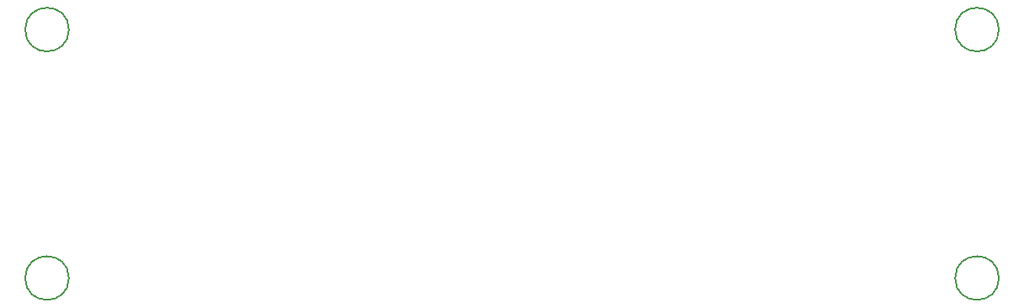
<source format=gbr>
%TF.GenerationSoftware,KiCad,Pcbnew,7.0.6*%
%TF.CreationDate,2023-09-07T21:54:39-06:00*%
%TF.ProjectId,low_power_heater,6c6f775f-706f-4776-9572-5f6865617465,rev?*%
%TF.SameCoordinates,Original*%
%TF.FileFunction,Other,Comment*%
%FSLAX46Y46*%
G04 Gerber Fmt 4.6, Leading zero omitted, Abs format (unit mm)*
G04 Created by KiCad (PCBNEW 7.0.6) date 2023-09-07 21:54:39*
%MOMM*%
%LPD*%
G01*
G04 APERTURE LIST*
%ADD10C,0.150000*%
G04 APERTURE END LIST*
D10*
%TO.C,H3*%
X89700000Y-67000000D02*
G75*
G03*
X89700000Y-67000000I-2200000J0D01*
G01*
%TO.C,H4*%
X183200000Y-67000000D02*
G75*
G03*
X183200000Y-67000000I-2200000J0D01*
G01*
%TO.C,H2*%
X183200000Y-92000000D02*
G75*
G03*
X183200000Y-92000000I-2200000J0D01*
G01*
%TO.C,H1*%
X89700000Y-92000000D02*
G75*
G03*
X89700000Y-92000000I-2200000J0D01*
G01*
%TD*%
M02*

</source>
